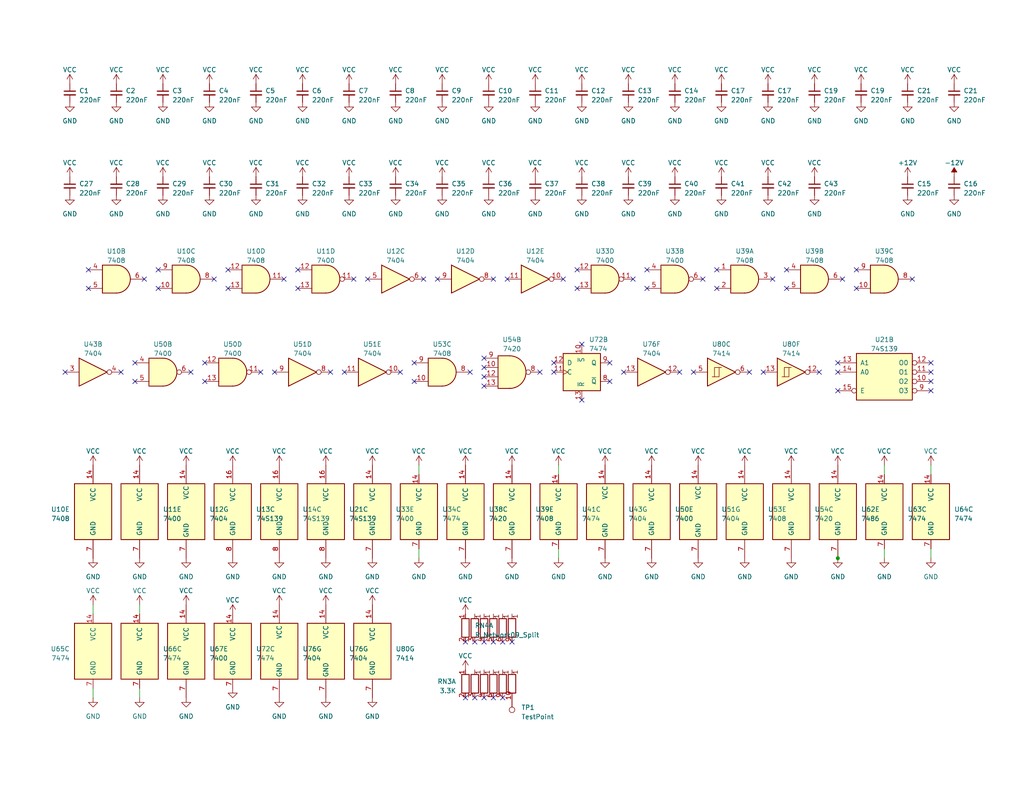
<source format=kicad_sch>
(kicad_sch (version 20230121) (generator eeschema)
  (paper "USLetter")
  (junction (at 228.6 152.4))
  (no_connect (at 113.03 99.06))
  (no_connect (at 147.32 101.6))
  (no_connect (at 166.37 104.14))
  (no_connect (at 158.75 109.22))
  (no_connect (at 166.37 99.06))
  (no_connect (at 254 106.68))
  (no_connect (at 191.77 76.2))
  (no_connect (at 233.68 78.74))
  (no_connect (at 228.6 99.06))
  (no_connect (at 153.67 76.2))
  (no_connect (at 185.42 101.6))
  (no_connect (at 113.03 104.14))
  (no_connect (at 210.82 76.2))
  (no_connect (at 71.12 101.6))
  (no_connect (at 137.16 190.5))
  (no_connect (at 157.48 78.74))
  (no_connect (at 248.92 76.2))
  (no_connect (at 33.02 101.6))
  (no_connect (at 81.28 73.66))
  (no_connect (at 43.18 78.74))
  (no_connect (at 36.83 104.14))
  (no_connect (at 176.53 78.74))
  (no_connect (at 81.28 78.74))
  (no_connect (at 109.22 101.6))
  (no_connect (at 151.13 101.6))
  (no_connect (at 90.17 101.6))
  (no_connect (at 195.58 78.74))
  (no_connect (at 170.18 101.6))
  (no_connect (at 132.08 102.87))
  (no_connect (at 195.58 73.66))
  (no_connect (at 24.13 73.66))
  (no_connect (at 132.08 97.79))
  (no_connect (at 229.87 76.2))
  (no_connect (at 254 101.6))
  (no_connect (at 55.88 99.06))
  (no_connect (at 138.43 76.2))
  (no_connect (at 137.16 175.26))
  (no_connect (at 128.27 101.6))
  (no_connect (at 62.23 73.66))
  (no_connect (at 132.08 175.26))
  (no_connect (at 127 175.26))
  (no_connect (at 119.38 76.2))
  (no_connect (at 74.93 101.6))
  (no_connect (at 129.54 175.26))
  (no_connect (at 132.08 105.41))
  (no_connect (at 39.37 76.2))
  (no_connect (at 77.47 76.2))
  (no_connect (at 254 104.14))
  (no_connect (at 172.72 76.2))
  (no_connect (at 208.28 101.6))
  (no_connect (at 127 190.5))
  (no_connect (at 100.33 76.2))
  (no_connect (at 96.52 76.2))
  (no_connect (at 58.42 76.2))
  (no_connect (at 254 99.06))
  (no_connect (at 132.08 100.33))
  (no_connect (at 52.07 101.6))
  (no_connect (at 214.63 73.66))
  (no_connect (at 151.13 99.06))
  (no_connect (at 132.08 190.5))
  (no_connect (at 36.83 99.06))
  (no_connect (at 115.57 76.2))
  (no_connect (at 228.6 106.68))
  (no_connect (at 204.47 101.6))
  (no_connect (at 93.98 101.6))
  (no_connect (at 223.52 101.6))
  (no_connect (at 176.53 73.66))
  (no_connect (at 134.62 175.26))
  (no_connect (at 189.23 101.6))
  (no_connect (at 157.48 73.66))
  (no_connect (at 55.88 104.14))
  (no_connect (at 62.23 78.74))
  (no_connect (at 134.62 190.5))
  (no_connect (at 139.7 175.26))
  (no_connect (at 214.63 78.74))
  (no_connect (at 17.78 101.6))
  (no_connect (at 228.6 101.6))
  (no_connect (at 129.54 190.5))
  (no_connect (at 134.62 76.2))
  (no_connect (at 43.18 73.66))
  (no_connect (at 158.75 93.98))
  (no_connect (at 233.68 73.66))
  (no_connect (at 24.13 78.74))
  (wire (pts (xy 114.3 152.4) (xy 114.3 149.86)))
  (wire (pts (xy 152.4 127) (xy 152.4 129.54)))
  (wire (pts (xy 241.3 152.4) (xy 241.3 149.86)))
  (wire (pts (xy 241.3 127) (xy 241.3 129.54)))
  (wire (pts (xy 25.4 190.5) (xy 25.4 187.96)))
  (wire (pts (xy 38.1 165.1) (xy 38.1 167.64)))
  (wire (pts (xy 228.6 152.4) (xy 228.6 149.86)))
  (wire (pts (xy 25.4 165.1) (xy 25.4 167.64)))
  (wire (pts (xy 38.1 190.5) (xy 38.1 187.96)))
  (wire (pts (xy 254 152.4) (xy 254 149.86)))
  (wire (pts (xy 114.3 127) (xy 114.3 129.54)))
  (wire (pts (xy 152.4 149.86) (xy 152.4 152.4)))
  (wire (pts (xy 254 127) (xy 254 129.54)))
  (symbol (lib_id "power:VCC") (at 171.45 22.86 0) (mirror y) (unit 1)
    (property "Reference" "#PWR0287" (effects hide))
    (property "Value" "VCC" (at 171.45 19.05 0))
    (instances (project "mainboard" (path "" (reference "#PWR049") (unit 1))))
  )
  (symbol (lib_id "power:VCC") (at 95.25 48.26 0) (mirror y) (unit 1)
    (property "Reference" "#PWR0313" (effects hide))
    (property "Value" "VCC" (at 95.25 44.45 0))
    (instances (project "mainboard" (path "" (reference "#PWR0313") (unit 1)) (path "" (reference "#PWR061") (unit 1))))
  )
  (symbol (lib_id "power:VCC") (at 158.75 48.26 0) (unit 1)
    (property "Reference" "#PWR0361" (effects hide))
    (property "Value" "VCC" (at 158.75 44.45 0))
    (instances (project "mainboard" (path "" (reference "#PWR0361") (unit 1)) (path "" (reference "#PWR0167") (unit 1))))
  )
  (symbol (lib_id "power:VCC") (at 133.35 22.86 0) (mirror y) (unit 1)
    (property "Reference" "#PWR0281" (effects hide))
    (property "Value" "VCC" (at 133.35 19.05 0))
    (instances (project "mainboard" (path "" (reference "#PWR047") (unit 1))))
  )
  (symbol (lib_id "power:GND") (at 247.65 27.94 0) (mirror y) (unit 1)
    (property "Reference" "#PWR0245" (effects hide))
    (property "Value" "GND" (at 247.65 33.02 0))
    (instances (project "mainboard" (path "" (reference "#PWR0245") (unit 1)) (path "" (reference "#PWR097") (unit 1))))
  )
  (symbol (lib_id "74xx:74LS08") (at 241.3 76.2 0) (unit 3)
    (property "Reference" "U39" (at 241.2917 68.58 0))
    (property "Value" "7408" (at 241.2917 71.12 0))
    (property "Footprint" "Package_DIP:DIP-14_W7.62mm" (effects hide))
    (property "Datasheet" "http://www.ti.com/lit/gpn/sn74LS08" (effects hide))
  )
  (symbol (lib_id "power:VCC") (at 196.85 22.86 0) (unit 1)
    (property "Reference" "#PWR0214" (effects hide))
    (property "Value" "VCC" (at 196.85 19.05 0))
    (instances (project "mainboard" (path "" (reference "#PWR0214") (unit 1)) (path "" (reference "#PWR085") (unit 1))))
  )
  (symbol (lib_id "power:GND") (at 38.1 152.4 0) (mirror y) (unit 1)
    (property "Reference" "#PWR0149" (effects hide))
    (property "Value" "GND" (at 38.1 157.48 0))
    (instances (project "mainboard" (path "" (reference "#PWR0149") (unit 1)) (path "" (reference "#PWR0142") (unit 1))))
  )
  (symbol (lib_id "74xx:74LS04") (at 146.05 76.2 0) (unit 5)
    (property "Reference" "U12" (at 146.05 68.58 0))
    (property "Value" "7404" (at 146.05 71.12 0))
    (property "Footprint" "Package_DIP:DIP-14_W7.62mm" (effects hide))
    (property "Datasheet" "http://www.ti.com/lit/gpn/sn74LS04" (effects hide))
  )
  (symbol (lib_id "74xx:74LS74") (at 114.3 139.7 0) (mirror y) (unit 3)
    (property "Reference" "U34" (at 120.65 139.065 0) (effects (justify right)))
    (property "Value" "7474" (at 120.65 141.605 0) (effects (justify right)))
    (property "Footprint" "Package_DIP:DIP-14_W7.62mm" (effects hide))
    (property "Datasheet" "https://www.ti.com/lit/ds/symlink/sn74ls74a.pdf" (effects hide))
  )
  (symbol (lib_id "power:GND") (at 69.85 27.94 0) (unit 1)
    (property "Reference" "#PWR0130" (effects hide))
    (property "Value" "GND" (at 69.85 33.02 0))
    (instances (project "mainboard" (path "" (reference "#PWR0130") (unit 1)) (path "" (reference "#PWR010") (unit 1))))
  )
  (symbol (lib_id "power:GND") (at 25.4 190.5 0) (unit 1)
    (property "Reference" "#PWR0261" (effects hide))
    (property "Value" "GND" (at 25.4 195.58 0))
    (instances (project "mainboard" (path "" (reference "#PWR0261") (unit 1)) (path "" (reference "#PWR0148") (unit 1))))
  )
  (symbol (lib_id "Device:C_Small") (at 171.45 25.4 0) (mirror x) (unit 1)
    (property "Reference" "C13" (at 173.99 24.7586 0) (effects (justify left)))
    (property "Value" "220nF" (at 173.99 27.2986 0) (effects (justify left)))
    (property "Footprint" "ambassador:C_Disc_D4.3mm_W1.9mm_P6.35mm" (effects hide))
  )
  (symbol (lib_id "power:GND") (at 25.4 152.4 0) (mirror y) (unit 1)
    (property "Reference" "#PWR0142" (effects hide))
    (property "Value" "GND" (at 25.4 157.48 0))
    (instances (project "mainboard" (path "" (reference "#PWR0142") (unit 1)) (path "" (reference "#PWR07") (unit 1))))
  )
  (symbol (lib_id "Device:C_Small") (at 31.75 25.4 0) (mirror y) (unit 1)
    (property "Reference" "C2" (at 34.29 24.7713 0) (effects (justify right)))
    (property "Value" "220nF" (at 34.29 27.3113 0) (effects (justify right)))
    (property "Footprint" "ambassador:C_Disc_D4.3mm_W1.9mm_P6.35mm" (effects hide))
  )
  (symbol (lib_id "74xx:74LS00") (at 44.45 101.6 0) (unit 2)
    (property "Reference" "U50" (at 44.4417 93.98 0))
    (property "Value" "7400" (at 44.4417 96.52 0))
    (property "Footprint" "Package_DIP:DIP-14_W7.62mm" (effects hide))
    (property "Datasheet" "http://www.ti.com/lit/gpn/sn74ls00" (effects hide))
  )
  (symbol (lib_id "74xx:74LS00") (at 177.8 139.7 0) (mirror y) (unit 5)
    (property "Reference" "U50" (at 184.15 139.065 0) (effects (justify right)))
    (property "Value" "7400" (at 184.15 141.605 0) (effects (justify right)))
    (property "Footprint" "Package_DIP:DIP-14_W7.62mm" (effects hide))
    (property "Datasheet" "http://www.ti.com/lit/gpn/sn74ls00" (effects hide))
  )
  (symbol (lib_id "Device:C_Small") (at 234.95 25.4 0) (mirror x) (unit 1)
    (property "Reference" "C19" (at 237.49 24.7586 0) (effects (justify left)))
    (property "Value" "220nF" (at 237.49 27.2986 0) (effects (justify left)))
    (property "Footprint" "ambassador:C_Disc_D4.3mm_W1.9mm_P6.35mm" (effects hide))
    (instances (project "mainboard" (path "" (reference "C19") (unit 1)) (path "" (reference "C20") (unit 1))))
  )
  (symbol (lib_id "power:VCC") (at 57.15 22.86 0) (mirror y) (unit 1)
    (property "Reference" "#PWR0137" (effects hide))
    (property "Value" "VCC" (at 57.15 19.05 0))
    (instances (project "mainboard" (path "" (reference "#PWR0137") (unit 1)) (path "" (reference "#PWR098") (unit 1))))
  )
  (symbol (lib_id "74xx:74LS04") (at 25.4 101.6 0) (unit 2)
    (property "Reference" "U43" (at 25.4 93.98 0))
    (property "Value" "7404" (at 25.4 96.52 0))
    (property "Footprint" "Package_DIP:DIP-14_W7.62mm" (effects hide))
    (property "Datasheet" "http://www.ti.com/lit/gpn/sn74LS04" (effects hide))
  )
  (symbol (lib_id "Device:C_Small") (at 44.45 50.8 0) (mirror y) (unit 1)
    (property "Reference" "C29" (at 46.99 50.1713 0) (effects (justify right)))
    (property "Value" "220nF" (at 46.99 52.7113 0) (effects (justify right)))
    (property "Footprint" "ambassador:C_Disc_D4.3mm_W1.9mm_P6.35mm" (effects hide))
  )
  (symbol (lib_id "power:VCC") (at 63.5 127 0) (unit 1)
    (property "Reference" "#PWR0144" (effects hide))
    (property "Value" "VCC" (at 63.5 123.19 0))
    (instances (project "mainboard" (path "" (reference "#PWR0144") (unit 1)) (path "" (reference "#PWR0143") (unit 1))))
  )
  (symbol (lib_id "Device:C_Small") (at 184.15 50.8 0) (unit 1)
    (property "Reference" "C40" (at 186.69 50.1713 0) (effects (justify left)))
    (property "Value" "220nF" (at 186.69 52.7113 0) (effects (justify left)))
    (property "Footprint" "ambassador:C_Disc_D4.3mm_W1.9mm_P6.35mm" (effects hide))
  )
  (symbol (lib_id "Device:C_Small") (at 184.15 25.4 0) (mirror y) (unit 1)
    (property "Reference" "C14" (at 186.69 24.7713 0) (effects (justify right)))
    (property "Value" "220nF" (at 186.69 27.3113 0) (effects (justify right)))
    (property "Footprint" "ambassador:C_Disc_D4.3mm_W1.9mm_P6.35mm" (effects hide))
  )
  (symbol (lib_id "Device:C_Small") (at 95.25 25.4 0) (mirror y) (unit 1)
    (property "Reference" "C7" (at 97.79 24.7713 0) (effects (justify right)))
    (property "Value" "220nF" (at 97.79 27.3113 0) (effects (justify right)))
    (property "Footprint" "ambassador:C_Disc_D4.3mm_W1.9mm_P6.35mm" (effects hide))
  )
  (symbol (lib_id "Device:C_Small") (at 95.25 50.8 0) (mirror y) (unit 1)
    (property "Reference" "C33" (at 97.79 50.1713 0) (effects (justify right)))
    (property "Value" "220nF" (at 97.79 52.7113 0) (effects (justify right)))
    (property "Footprint" "ambassador:C_Disc_D4.3mm_W1.9mm_P6.35mm" (effects hide))
  )
  (symbol (lib_id "74xx:74LS00") (at 101.6 139.7 0) (mirror y) (unit 5)
    (property "Reference" "U33" (at 107.95 139.065 0) (effects (justify right)))
    (property "Value" "7400" (at 107.95 141.605 0) (effects (justify right)))
    (property "Footprint" "Package_DIP:DIP-14_W7.62mm" (effects hide))
    (property "Datasheet" "http://www.ti.com/lit/gpn/sn74ls00" (effects hide))
  )
  (symbol (lib_id "Device:C_Small") (at 158.75 25.4 0) (mirror y) (unit 1)
    (property "Reference" "C12" (at 161.29 24.7713 0) (effects (justify right)))
    (property "Value" "220nF" (at 161.29 27.3113 0) (effects (justify right)))
    (property "Footprint" "ambassador:C_Disc_D4.3mm_W1.9mm_P6.35mm" (effects hide))
  )
  (symbol (lib_id "power:GND") (at 31.75 53.34 0) (unit 1)
    (property "Reference" "#PWR07" (effects hide))
    (property "Value" "GND" (at 31.75 58.42 0))
    (instances (project "mainboard" (path "" (reference "#PWR07") (unit 1)) (path "" (reference "#PWR0157") (unit 1))))
  )
  (symbol (lib_id "power:VCC") (at 76.2 165.1 0) (mirror y) (unit 1)
    (property "Reference" "#PWR0228" (effects hide))
    (property "Value" "VCC" (at 76.2 161.29 0))
    (instances (project "mainboard" (path "" (reference "#PWR0228") (unit 1)) (path "" (reference "#PWR0212") (unit 1))))
  )
  (symbol (lib_id "power:VCC") (at 228.6 127 0) (mirror y) (unit 1)
    (property "Reference" "#PWR0298" (effects hide))
    (property "Value" "VCC" (at 228.6 123.19 0))
    (instances (project "mainboard" (path "" (reference "#PWR022") (unit 1))))
  )
  (symbol (lib_id "Device:C_Small") (at 120.65 25.4 0) (mirror y) (unit 1)
    (property "Reference" "C9" (at 123.19 24.7713 0) (effects (justify right)))
    (property "Value" "220nF" (at 123.19 27.3113 0) (effects (justify right)))
    (property "Footprint" "ambassador:C_Disc_D4.3mm_W1.9mm_P6.35mm" (effects hide))
  )
  (symbol (lib_id "74xx:74LS08") (at 222.25 76.2 0) (unit 2)
    (property "Reference" "U39" (at 222.2417 68.58 0))
    (property "Value" "7408" (at 222.2417 71.12 0))
    (property "Footprint" "Package_DIP:DIP-14_W7.62mm" (effects hide))
    (property "Datasheet" "http://www.ti.com/lit/gpn/sn74LS08" (effects hide))
  )
  (symbol (lib_id "power:VCC") (at 171.45 48.26 0) (unit 1)
    (property "Reference" "#PWR0360" (effects hide))
    (property "Value" "VCC" (at 171.45 44.45 0))
    (instances (project "mainboard" (path "" (reference "#PWR0360") (unit 1)) (path "" (reference "#PWR0181") (unit 1))))
  )
  (symbol (lib_id "power:VCC") (at 222.25 22.86 0) (unit 1)
    (property "Reference" "#PWR010" (effects hide))
    (property "Value" "VCC" (at 222.25 19.05 0))
    (instances (project "mainboard" (path "" (reference "#PWR010") (unit 1)) (path "" (reference "#PWR0137") (unit 1))))
  )
  (symbol (lib_id "Device:R_Network09_Split") (at 134.62 186.69 0) (unit 5)
    (property "Reference" "RN3" (effects hide))
    (property "Value" "3.3K" (effects hide))
    (property "Footprint" "Resistor_THT:R_Array_SIP10" (effects hide))
    (property "Datasheet" "http://www.vishay.com/docs/31509/csc.pdf" (effects hide))
  )
  (symbol (lib_id "Device:C_Small") (at 57.15 50.8 0) (mirror y) (unit 1)
    (property "Reference" "C30" (at 59.69 50.1713 0) (effects (justify right)))
    (property "Value" "220nF" (at 59.69 52.7113 0) (effects (justify right)))
    (property "Footprint" "ambassador:C_Disc_D4.3mm_W1.9mm_P6.35mm" (effects hide))
  )
  (symbol (lib_id "Device:C_Small") (at 222.25 50.8 0) (unit 1)
    (property "Reference" "C43" (at 224.79 50.1713 0) (effects (justify left)))
    (property "Value" "220nF" (at 224.79 52.7113 0) (effects (justify left)))
    (property "Footprint" "ambassador:C_Disc_D4.3mm_W1.9mm_P6.35mm" (effects hide))
  )
  (symbol (lib_id "power:VCC") (at 234.95 22.86 0) (unit 1)
    (property "Reference" "#PWR010" (effects hide))
    (property "Value" "VCC" (at 234.95 19.05 0))
    (instances (project "mainboard" (path "" (reference "#PWR010") (unit 1)) (path "" (reference "#PWR0228") (unit 1))))
  )
  (symbol (lib_id "Device:R_Network09_Split") (at 127 171.45 0) (unit 1)
    (property "Reference" "RN4" (at 129.54 170.815 0) (effects (justify left)))
    (property "Value" "R_Network09_Split" (at 129.54 173.355 0) (effects (justify left)))
    (property "Footprint" "Resistor_THT:R_Array_SIP10" (effects hide))
    (property "Datasheet" "http://www.vishay.com/docs/31509/csc.pdf" (effects hide))
  )
  (symbol (lib_id "power:GND") (at 152.4 152.4 0) (mirror y) (unit 1)
    (property "Reference" "#PWR0154" (effects hide))
    (property "Value" "GND" (at 152.4 157.48 0))
    (instances (project "mainboard" (path "" (reference "#PWR035") (unit 1))))
  )
  (symbol (lib_id "power:VCC") (at 203.2 127 0) (unit 1)
    (property "Reference" "#PWR0204" (effects hide))
    (property "Value" "VCC" (at 203.2 123.19 0))
    (instances (project "mainboard" (path "" (reference "#PWR026") (unit 1))))
  )
  (symbol (lib_id "power:GND") (at 171.45 27.94 0) (mirror y) (unit 1)
    (property "Reference" "#PWR0192" (effects hide))
    (property "Value" "GND" (at 171.45 33.02 0))
    (instances (project "mainboard" (path "" (reference "#PWR050") (unit 1))))
  )
  (symbol (lib_id "power:-12V") (at 260.35 48.26 0) (unit 1)
    (property "Reference" "#PWR0212" (effects hide))
    (property "Value" "-12V" (at 260.35 44.45 0))
    (instances (project "mainboard" (path "" (reference "#PWR0212") (unit 1)) (path "" (reference "#PWR089") (unit 1))))
  )
  (symbol (lib_id "power:GND") (at 222.25 53.34 0) (unit 1)
    (property "Reference" "#PWR0284" (effects hide))
    (property "Value" "GND" (at 222.25 58.42 0))
    (instances (project "mainboard" (path "" (reference "#PWR046") (unit 1))))
  )
  (symbol (lib_id "74xx:74LS08") (at 31.75 76.2 0) (unit 2)
    (property "Reference" "U10" (at 31.7417 68.58 0))
    (property "Value" "7408" (at 31.7417 71.12 0))
    (property "Footprint" "Package_DIP:DIP-14_W7.62mm" (effects hide))
    (property "Datasheet" "http://www.ti.com/lit/gpn/sn74LS08" (effects hide))
  )
  (symbol (lib_id "74xx:74LS20") (at 127 139.7 0) (mirror y) (unit 3)
    (property "Reference" "U38" (at 133.35 139.065 0) (effects (justify right)))
    (property "Value" "7420" (at 133.35 141.605 0) (effects (justify right)))
    (property "Footprint" "Package_DIP:DIP-14_W7.62mm" (effects hide))
    (property "Datasheet" "http://www.ti.com/lit/gpn/sn74LS20" (effects hide))
  )
  (symbol (lib_id "power:GND") (at 63.5 187.96 0) (mirror y) (unit 1)
    (property "Reference" "#PWR0243" (effects hide))
    (property "Value" "GND" (at 63.5 193.04 0))
    (instances (project "mainboard" (path "" (reference "#PWR0243") (unit 1)) (path "" (reference "#PWR093") (unit 1))))
  )
  (symbol (lib_id "power:GND") (at 107.95 27.94 0) (mirror y) (unit 1)
    (property "Reference" "#PWR0159" (effects hide))
    (property "Value" "GND" (at 107.95 33.02 0))
    (instances (project "mainboard" (path "" (reference "#PWR042") (unit 1))))
  )
  (symbol (lib_id "power:VCC") (at 190.5 127 0) (unit 1)
    (property "Reference" "#PWR0201" (effects hide))
    (property "Value" "VCC" (at 190.5 123.19 0))
    (instances (project "mainboard" (path "" (reference "#PWR028") (unit 1))))
  )
  (symbol (lib_id "Device:C_Small") (at 260.35 25.4 0) (mirror y) (unit 1)
    (property "Reference" "C21" (at 262.89 24.7713 0) (effects (justify right)))
    (property "Value" "220nF" (at 262.89 27.3113 0) (effects (justify right)))
    (property "Footprint" "ambassador:C_Disc_D4.3mm_W1.9mm_P6.35mm" (effects hide))
    (instances (project "mainboard" (path "" (reference "C21") (unit 1)) (path "" (reference "C22") (unit 1))))
  )
  (symbol (lib_id "power:VCC") (at 31.75 22.86 0) (mirror y) (unit 1)
    (property "Reference" "#PWR0135" (effects hide))
    (property "Value" "VCC" (at 31.75 19.05 0))
    (instances (project "mainboard" (path "" (reference "#PWR0135") (unit 1)) (path "" (reference "#PWR0127") (unit 1))))
  )
  (symbol (lib_id "power:VCC") (at 38.1 165.1 0) (mirror y) (unit 1)
    (property "Reference" "#PWR0271" (effects hide))
    (property "Value" "VCC" (at 38.1 161.29 0))
    (instances (project "mainboard" (path "" (reference "#PWR0271") (unit 1)) (path "" (reference "#PWR0149") (unit 1))))
  )
  (symbol (lib_id "power:GND") (at 158.75 53.34 0) (unit 1)
    (property "Reference" "#PWR0363" (effects hide))
    (property "Value" "GND" (at 158.75 58.42 0))
    (instances (project "mainboard" (path "" (reference "#PWR0363") (unit 1)) (path "" (reference "#PWR0176") (unit 1))))
  )
  (symbol (lib_id "power:VCC") (at 107.95 22.86 0) (mirror y) (unit 1)
    (property "Reference" "#PWR0286" (effects hide))
    (property "Value" "VCC" (at 107.95 19.05 0))
    (instances (project "mainboard" (path "" (reference "#PWR041") (unit 1))))
  )
  (symbol (lib_id "power:GND") (at 57.15 53.34 0) (mirror y) (unit 1)
    (property "Reference" "#PWR0295" (effects hide))
    (property "Value" "GND" (at 57.15 58.42 0))
    (instances (project "mainboard" (path "" (reference "#PWR054") (unit 1))))
  )
  (symbol (lib_id "74xx:74LS04") (at 82.55 101.6 0) (mirror x) (unit 4)
    (property "Reference" "U51" (at 82.55 93.98 0))
    (property "Value" "7404" (at 82.55 96.52 0))
    (property "Footprint" "Package_DIP:DIP-14_W7.62mm" (effects hide))
    (property "Datasheet" "http://www.ti.com/lit/gpn/sn74LS04" (effects hide))
  )
  (symbol (lib_id "Device:C_Small") (at 196.85 25.4 0) (unit 1)
    (property "Reference" "C17" (at 199.39 24.7713 0) (effects (justify left)))
    (property "Value" "220nF" (at 199.39 27.3113 0) (effects (justify left)))
    (property "Footprint" "ambassador:C_Disc_D4.3mm_W1.9mm_P6.35mm" (effects hide))
  )
  (symbol (lib_id "Device:C_Small") (at 196.85 50.8 0) (unit 1)
    (property "Reference" "C41" (at 199.39 50.1713 0) (effects (justify left)))
    (property "Value" "220nF" (at 199.39 52.7113 0) (effects (justify left)))
    (property "Footprint" "ambassador:C_Disc_D4.3mm_W1.9mm_P6.35mm" (effects hide))
  )
  (symbol (lib_id "power:VCC") (at 120.65 48.26 0) (unit 1)
    (property "Reference" "#PWR0334" (effects hide))
    (property "Value" "VCC" (at 120.65 44.45 0))
    (instances (project "mainboard" (path "" (reference "#PWR0334") (unit 1)) (path "" (reference "#PWR071") (unit 1))))
  )
  (symbol (lib_id "74xx:74LS139") (at 88.9 139.7 0) (unit 3)
    (property "Reference" "U21" (at 95.25 139.065 0) (effects (justify left)))
    (property "Value" "74S139" (at 95.25 141.605 0) (effects (justify left)))
    (property "Footprint" "Package_DIP:DIP-16_W7.62mm" (effects hide))
    (property "Datasheet" "http://www.ti.com/lit/ds/symlink/sn74ls139a.pdf" (effects hide))
  )
  (symbol (lib_id "Device:C_Small") (at 120.65 50.8 0) (unit 1)
    (property "Reference" "C35" (at 123.19 50.1713 0) (effects (justify left)))
    (property "Value" "220nF" (at 123.19 52.7113 0) (effects (justify left)))
    (property "Footprint" "ambassador:C_Disc_D4.3mm_W1.9mm_P6.35mm" (effects hide))
  )
  (symbol (lib_id "74xx:74LS00") (at 63.5 101.6 0) (unit 4)
    (property "Reference" "U50" (at 63.4917 93.98 0))
    (property "Value" "7400" (at 63.4917 96.52 0))
    (property "Footprint" "Package_DIP:DIP-14_W7.62mm" (effects hide))
    (property "Datasheet" "http://www.ti.com/lit/gpn/sn74ls00" (effects hide))
  )
  (symbol (lib_id "Device:C_Small") (at 158.75 50.8 0) (unit 1)
    (property "Reference" "C38" (at 161.29 50.1713 0) (effects (justify left)))
    (property "Value" "220nF" (at 161.29 52.7113 0) (effects (justify left)))
    (property "Footprint" "ambassador:C_Disc_D4.3mm_W1.9mm_P6.35mm" (effects hide))
  )
  (symbol (lib_id "power:VCC") (at 107.95 48.26 0) (unit 1)
    (property "Reference" "#PWR0336" (effects hide))
    (property "Value" "VCC" (at 107.95 44.45 0))
    (instances (project "mainboard" (path "" (reference "#PWR0336") (unit 1)) (path "" (reference "#PWR069") (unit 1))))
  )
  (symbol (lib_id "74xx:74LS00") (at 184.15 76.2 0) (unit 2)
    (property "Reference" "U33" (at 184.1417 68.58 0))
    (property "Value" "7400" (at 184.1417 71.12 0))
    (property "Footprint" "Package_DIP:DIP-14_W7.62mm" (effects hide))
    (property "Datasheet" "http://www.ti.com/lit/gpn/sn74ls00" (effects hide))
  )
  (symbol (lib_id "Device:C_Small") (at 171.45 50.8 0) (unit 1)
    (property "Reference" "C39" (at 173.99 50.1713 0) (effects (justify left)))
    (property "Value" "220nF" (at 173.99 52.7113 0) (effects (justify left)))
    (property "Footprint" "ambassador:C_Disc_D4.3mm_W1.9mm_P6.35mm" (effects hide))
  )
  (symbol (lib_id "power:GND") (at 133.35 27.94 0) (mirror y) (unit 1)
    (property "Reference" "#PWR0176" (effects hide))
    (property "Value" "GND" (at 133.35 33.02 0))
    (instances (project "mainboard" (path "" (reference "#PWR048") (unit 1))))
  )
  (symbol (lib_id "74xx:74LS20") (at 139.7 101.6 0) (unit 2)
    (property "Reference" "U54" (at 139.6903 92.71 0))
    (property "Value" "7420" (at 139.6903 95.25 0))
    (property "Footprint" "Package_DIP:DIP-14_W7.62mm" (effects hide))
    (property "Datasheet" "http://www.ti.com/lit/gpn/sn74LS20" (effects hide))
  )
  (symbol (lib_id "power:GND") (at 31.75 27.94 0) (mirror y) (unit 1)
    (property "Reference" "#PWR04" (effects hide))
    (property "Value" "GND" (at 31.75 33.02 0))
    (instances (project "mainboard" (path "" (reference "#PWR04") (unit 1)) (path "" (reference "#PWR0129") (unit 1))))
  )
  (symbol (lib_id "power:GND") (at 50.8 190.5 0) (mirror y) (unit 1)
    (property "Reference" "#PWR0263" (effects hide))
    (property "Value" "GND" (at 50.8 195.58 0))
    (instances (project "mainboard" (path "" (reference "#PWR0263") (unit 1)) (path "" (reference "#PWR0154") (unit 1))))
  )
  (symbol (lib_id "power:GND") (at 95.25 27.94 0) (mirror y) (unit 1)
    (property "Reference" "#PWR0141" (effects hide))
    (property "Value" "GND" (at 95.25 33.02 0))
    (instances (project "mainboard" (path "" (reference "#PWR0141") (unit 1)) (path "" (reference "#PWR05") (unit 1))))
  )
  (symbol (lib_id "power:VCC") (at 260.35 22.86 0) (mirror y) (unit 1)
    (property "Reference" "#PWR08" (effects hide))
    (property "Value" "VCC" (at 260.35 19.05 0))
    (instances (project "mainboard" (path "" (reference "#PWR08") (unit 1)) (path "" (reference "#PWR0230") (unit 1))))
  )
  (symbol (lib_id "74xx:74LS74") (at 158.75 101.6 0) (unit 2)
    (property "Reference" "U72" (at 160.7059 92.71 0) (effects (justify left)))
    (property "Value" "7474" (at 160.7059 95.25 0) (effects (justify left)))
    (property "Footprint" "Package_DIP:DIP-14_W7.62mm" (effects hide))
    (property "Datasheet" "https://www.ti.com/lit/ds/symlink/sn74ls74a.pdf" (effects hide))
  )
  (symbol (lib_id "power:GND") (at 196.85 53.34 0) (unit 1)
    (property "Reference" "#PWR0376" (effects hide))
    (property "Value" "GND" (at 196.85 58.42 0))
    (instances (project "mainboard" (path "" (reference "#PWR0376") (unit 1)) (path "" (reference "#PWR081") (unit 1))))
  )
  (symbol (lib_id "power:GND") (at 203.2 152.4 0) (unit 1)
    (property "Reference" "#PWR0203" (effects hide))
    (property "Value" "GND" (at 203.2 157.48 0))
    (instances (project "mainboard" (path "" (reference "#PWR027") (unit 1))))
  )
  (symbol (lib_id "Device:C_Small") (at 69.85 50.8 0) (mirror y) (unit 1)
    (property "Reference" "C31" (at 72.39 50.1713 0) (effects (justify right)))
    (property "Value" "220nF" (at 72.39 52.7113 0) (effects (justify right)))
    (property "Footprint" "ambassador:C_Disc_D4.3mm_W1.9mm_P6.35mm" (effects hide))
  )
  (symbol (lib_id "power:GND") (at 241.3 152.4 0) (unit 1)
    (property "Reference" "#PWR0158" (effects hide))
    (property "Value" "GND" (at 241.3 157.48 0))
    (instances (project "mainboard" (path "" (reference "#PWR037") (unit 1))))
  )
  (symbol (lib_id "power:VCC") (at 44.45 48.26 0) (mirror y) (unit 1)
    (property "Reference" "#PWR0293" (effects hide))
    (property "Value" "VCC" (at 44.45 44.45 0))
    (instances (project "mainboard" (path "" (reference "#PWR055") (unit 1))))
  )
  (symbol (lib_id "power:VCC") (at 127 167.64 0) (unit 1)
    (property "Reference" "#PWR014" (effects hide))
    (property "Value" "VCC" (at 127 163.83 0))
    (instances (project "mainboard" (path "" (reference "#PWR014") (unit 1)) (path "" (reference "#PWR084") (unit 1))))
  )
  (symbol (lib_id "power:VCC") (at 146.05 48.26 0) (unit 1)
    (property "Reference" "#PWR0359" (effects hide))
    (property "Value" "VCC" (at 146.05 44.45 0))
    (instances (project "mainboard" (path "" (reference "#PWR0359") (unit 1)) (path "" (reference "#PWR0158") (unit 1))))
  )
  (symbol (lib_id "power:VCC") (at 50.8 127 0) (mirror y) (unit 1)
    (property "Reference" "#PWR0150" (effects hide))
    (property "Value" "VCC" (at 50.8 123.19 0))
    (instances (project "mainboard" (path "" (reference "#PWR0150") (unit 1)) (path "" (reference "#PWR020") (unit 1))))
  )
  (symbol (lib_id "74xx:74LS04") (at 107.95 76.2 0) (unit 3)
    (property "Reference" "U12" (at 107.95 68.58 0))
    (property "Value" "7404" (at 107.95 71.12 0))
    (property "Footprint" "Package_DIP:DIP-14_W7.62mm" (effects hide))
    (property "Datasheet" "http://www.ti.com/lit/gpn/sn74LS04" (effects hide))
  )
  (symbol (lib_id "Device:C_Small") (at 19.05 25.4 0) (mirror y) (unit 1)
    (property "Reference" "C1" (at 21.59 24.7713 0) (effects (justify right)))
    (property "Value" "220nF" (at 21.59 27.3113 0) (effects (justify right)))
    (property "Footprint" "ambassador:C_Disc_D4.3mm_W1.9mm_P6.35mm" (effects hide))
  )
  (symbol (lib_id "Device:R_Network09_Split") (at 139.7 186.69 0) (unit 9)
    (property "Reference" "RN3" (effects hide))
    (property "Value" "3.3K" (effects hide))
    (property "Footprint" "Resistor_THT:R_Array_SIP10" (effects hide))
    (property "Datasheet" "http://www.vishay.com/docs/31509/csc.pdf" (effects hide))
  )
  (symbol (lib_id "power:GND") (at 38.1 190.5 0) (mirror y) (unit 1)
    (property "Reference" "#PWR0268" (effects hide))
    (property "Value" "GND" (at 38.1 195.58 0))
    (instances (project "mainboard" (path "" (reference "#PWR0268") (unit 1)) (path "" (reference "#PWR0150") (unit 1))))
  )
  (symbol (lib_id "Device:C_Small") (at 82.55 25.4 0) (unit 1)
    (property "Reference" "C6" (at 85.09 24.7713 0) (effects (justify left)))
    (property "Value" "220nF" (at 85.09 27.3113 0) (effects (justify left)))
    (property "Footprint" "ambassador:C_Disc_D4.3mm_W1.9mm_P6.35mm" (effects hide))
  )
  (symbol (lib_id "power:VCC") (at 139.7 127 0) (mirror y) (unit 1)
    (property "Reference" "#PWR0315" (effects hide))
    (property "Value" "VCC" (at 139.7 123.19 0))
    (instances (project "mainboard" (path "" (reference "#PWR0315") (unit 1)) (path "" (reference "#PWR057") (unit 1))))
  )
  (symbol (lib_id "power:VCC") (at 177.8 127 0) (unit 1)
    (property "Reference" "#PWR0196" (effects hide))
    (property "Value" "VCC" (at 177.8 123.19 0))
    (instances (project "mainboard" (path "" (reference "#PWR030") (unit 1))))
  )
  (symbol (lib_id "Device:C_Small") (at 31.75 50.8 180) (unit 1)
    (property "Reference" "C28" (at 34.29 50.1586 0) (effects (justify right)))
    (property "Value" "220nF" (at 34.29 52.6986 0) (effects (justify right)))
    (property "Footprint" "ambassador:C_Disc_D4.3mm_W1.9mm_P6.35mm" (effects hide))
  )
  (symbol (lib_id "power:GND") (at 120.65 53.34 0) (unit 1)
    (property "Reference" "#PWR0335" (effects hide))
    (property "Value" "GND" (at 120.65 58.42 0))
    (instances (project "mainboard" (path "" (reference "#PWR0335") (unit 1)) (path "" (reference "#PWR072") (unit 1))))
  )
  (symbol (lib_id "Device:R_Network09_Split") (at 137.16 171.45 0) (unit 5)
    (property "Reference" "RN4" (effects hide))
    (property "Value" "R_Network09_Split" (effects hide))
    (property "Footprint" "Resistor_THT:R_Array_SIP10" (effects hide))
    (property "Datasheet" "http://www.vishay.com/docs/31509/csc.pdf" (effects hide))
  )
  (symbol (lib_id "power:VCC") (at 31.75 48.26 0) (unit 1)
    (property "Reference" "#PWR06" (effects hide))
    (property "Value" "VCC" (at 31.75 44.45 0))
    (instances (project "mainboard" (path "" (reference "#PWR06") (unit 1)) (path "" (reference "#PWR0155") (unit 1))))
  )
  (symbol (lib_id "power:GND") (at 44.45 27.94 0) (mirror y) (unit 1)
    (property "Reference" "#PWR03" (effects hide))
    (property "Value" "GND" (at 44.45 33.02 0))
    (instances (project "mainboard" (path "" (reference "#PWR03") (unit 1)) (path "" (reference "#PWR0126") (unit 1))))
  )
  (symbol (lib_id "power:GND") (at 63.5 152.4 0) (unit 1)
    (property "Reference" "#PWR0145" (effects hide))
    (property "Value" "GND" (at 63.5 157.48 0))
    (instances (project "mainboard" (path "" (reference "#PWR0145") (unit 1)) (path "" (reference "#PWR0144") (unit 1))))
  )
  (symbol (lib_id "power:GND") (at 120.65 27.94 0) (mirror y) (unit 1)
    (property "Reference" "#PWR0167" (effects hide))
    (property "Value" "GND" (at 120.65 33.02 0))
    (instances (project "mainboard" (path "" (reference "#PWR040") (unit 1))))
  )
  (symbol (lib_id "power:VCC") (at 69.85 22.86 0) (unit 1)
    (property "Reference" "#PWR09" (effects hide))
    (property "Value" "VCC" (at 69.85 19.05 0))
  )
  (symbol (lib_id "74xx:74LS08") (at 69.85 76.2 0) (unit 4)
    (property "Reference" "U10" (at 69.8417 68.58 0))
    (property "Value" "7408" (at 69.8417 71.12 0))
    (property "Footprint" "Package_DIP:DIP-14_W7.62mm" (effects hide))
    (property "Datasheet" "http://www.ti.com/lit/gpn/sn74LS08" (effects hide))
  )
  (symbol (lib_id "Device:C_Small") (at 260.35 50.8 0) (unit 1)
    (property "Reference" "C16" (at 262.89 50.1713 0) (effects (justify left)))
    (property "Value" "220nF" (at 262.89 52.7113 0) (effects (justify left)))
    (property "Footprint" "ambassador:C_Disc_D4.3mm_W1.9mm_P6.35mm" (effects hide))
  )
  (symbol (lib_id "power:GND") (at 234.95 27.94 0) (unit 1)
    (property "Reference" "#PWR0230" (effects hide))
    (property "Value" "GND" (at 234.95 33.02 0))
    (instances (project "mainboard" (path "" (reference "#PWR0230") (unit 1)) (path "" (reference "#PWR0229") (unit 1))))
  )
  (symbol (lib_id "74xx:7400") (at 38.1 139.7 0) (unit 5)
    (property "Reference" "U11" (at 44.45 139.065 0) (effects (justify left)))
    (property "Value" "7400" (at 44.45 141.605 0) (effects (justify left)))
    (property "Footprint" "Package_DIP:DIP-14_W7.62mm" (effects hide))
    (property "Datasheet" "http://www.ti.com/lit/gpn/sn7400" (effects hide))
  )
  (symbol (lib_id "power:GND") (at 19.05 27.94 0) (mirror y) (unit 1)
    (property "Reference" "#PWR05" (effects hide))
    (property "Value" "GND" (at 19.05 33.02 0))
    (instances (project "mainboard" (path "" (reference "#PWR05") (unit 1)) (path "" (reference "#PWR0135") (unit 1))))
  )
  (symbol (lib_id "power:VCC") (at 82.55 48.26 0) (mirror y) (unit 1)
    (property "Reference" "#PWR0311" (effects hide))
    (property "Value" "VCC" (at 82.55 44.45 0))
    (instances (project "mainboard" (path "" (reference "#PWR0311") (unit 1)) (path "" (reference "#PWR063") (unit 1))))
  )
  (symbol (lib_id "power:GND") (at 215.9 152.4 0) (unit 1)
    (property "Reference" "#PWR0194" (effects hide))
    (property "Value" "GND" (at 215.9 157.48 0))
    (instances (project "mainboard" (path "" (reference "#PWR033") (unit 1))))
  )
  (symbol (lib_id "Device:C_Small") (at 107.95 50.8 0) (unit 1)
    (property "Reference" "C34" (at 110.49 50.1713 0) (effects (justify left)))
    (property "Value" "220nF" (at 110.49 52.7113 0) (effects (justify left)))
    (property "Footprint" "ambassador:C_Disc_D4.3mm_W1.9mm_P6.35mm" (effects hide))
  )
  (symbol (lib_id "Device:R_Network09_Split") (at 127 186.69 0) (mirror y) (unit 1)
    (property "Reference" "RN3" (at 124.46 186.055 0) (effects (justify left)))
    (property "Value" "3.3K" (at 124.46 188.595 0) (effects (justify left)))
    (property "Footprint" "Resistor_THT:R_Array_SIP10" (effects hide))
    (property "Datasheet" "http://www.vishay.com/docs/31509/csc.pdf" (effects hide))
  )
  (symbol (lib_id "power:GND") (at 50.8 152.4 0) (mirror y) (unit 1)
    (property "Reference" "#PWR0151" (effects hide))
    (property "Value" "GND" (at 50.8 157.48 0))
    (instances (project "mainboard" (path "" (reference "#PWR0151") (unit 1)) (path "" (reference "#PWR021") (unit 1))))
  )
  (symbol (lib_id "Device:C_Small") (at 82.55 50.8 0) (mirror y) (unit 1)
    (property "Reference" "C32" (at 85.09 50.1713 0) (effects (justify right)))
    (property "Value" "220nF" (at 85.09 52.7113 0) (effects (justify right)))
    (property "Footprint" "ambassador:C_Disc_D4.3mm_W1.9mm_P6.35mm" (effects hide))
  )
  (symbol (lib_id "Device:C_Small") (at 133.35 25.4 0) (mirror y) (unit 1)
    (property "Reference" "C10" (at 135.89 24.7713 0) (effects (justify right)))
    (property "Value" "220nF" (at 135.89 27.3113 0) (effects (justify right)))
    (property "Footprint" "ambassador:C_Disc_D4.3mm_W1.9mm_P6.35mm" (effects hide))
  )
  (symbol (lib_id "Device:R_Network09_Split") (at 132.08 171.45 0) (unit 3)
    (property "Reference" "RN4" (effects hide))
    (property "Value" "R_Network09_Split" (effects hide))
    (property "Footprint" "Resistor_THT:R_Array_SIP10" (effects hide))
    (property "Datasheet" "http://www.vishay.com/docs/31509/csc.pdf" (effects hide))
  )
  (symbol (lib_id "power:VCC") (at 184.15 22.86 0) (mirror y) (unit 1)
    (property "Reference" "#PWR0288" (effects hide))
    (property "Value" "VCC" (at 184.15 19.05 0))
    (instances (project "mainboard" (path "" (reference "#PWR043") (unit 1))))
  )
  (symbol (lib_id "74xx:74LS74") (at 25.4 177.8 0) (unit 3)
    (property "Reference" "U65" (at 19.05 177.165 0) (effects (justify right)))
    (property "Value" "7474" (at 19.05 179.705 0) (effects (justify right)))
    (property "Footprint" "Package_DIP:DIP-14_W7.62mm" (effects hide))
    (property "Datasheet" "https://www.ti.com/lit/ds/symlink/sn74ls74a.pdf" (effects hide))
  )
  (symbol (lib_id "74xx:74LS14") (at 215.9 101.6 0) (unit 6)
    (property "Reference" "U80" (at 215.9 93.98 0))
    (property "Value" "7414" (at 215.9 96.52 0))
    (property "Footprint" "Package_DIP:DIP-14_W7.62mm" (effects hide))
    (property "Datasheet" "http://www.ti.com/lit/gpn/sn74LS14" (effects hide))
  )
  (symbol (lib_id "power:GND") (at 165.1 152.4 0) (unit 1)
    (property "Reference" "#PWR0291" (effects hide))
    (property "Value" "GND" (at 165.1 157.48 0))
    (instances (project "mainboard" (path "" (reference "#PWR025") (unit 1))))
  )
  (symbol (lib_id "power:VCC") (at 209.55 48.26 0) (unit 1)
    (property "Reference" "#PWR0377" (effects hide))
    (property "Value" "VCC" (at 209.55 44.45 0))
    (instances (project "mainboard" (path "" (reference "#PWR0377") (unit 1)) (path "" (reference "#PWR082") (unit 1))))
  )
  (symbol (lib_id "power:GND") (at 88.9 152.4 0) (unit 1)
    (property "Reference" "#PWR0364" (effects hide))
    (property "Value" "GND" (at 88.9 157.48 0))
    (instances (project "mainboard" (path "" (reference "#PWR0364") (unit 1)) (path "" (reference "#PWR076") (unit 1))))
  )
  (symbol (lib_id "power:GND") (at 146.05 53.34 0) (unit 1)
    (property "Reference" "#PWR0358" (effects hide))
    (property "Value" "GND" (at 146.05 58.42 0))
    (instances (project "mainboard" (path "" (reference "#PWR0358") (unit 1)) (path "" (reference "#PWR0159") (unit 1))))
  )
  (symbol (lib_id "74xx:74LS08") (at 203.2 76.2 0) (unit 1)
    (property "Reference" "U39" (at 203.1917 68.58 0))
    (property "Value" "7408" (at 203.1917 71.12 0))
    (property "Footprint" "Package_DIP:DIP-14_W7.62mm" (effects hide))
    (property "Datasheet" "http://www.ti.com/lit/gpn/sn74LS08" (effects hide))
  )
  (symbol (lib_id "Device:R_Network09_Split") (at 129.54 186.69 0) (unit 2)
    (property "Reference" "RN3" (effects hide))
    (property "Value" "3.3K" (effects hide))
    (property "Footprint" "Resistor_THT:R_Array_SIP10" (effects hide))
    (property "Datasheet" "http://www.vishay.com/docs/31509/csc.pdf" (effects hide))
  )
  (symbol (lib_id "power:GND") (at 247.65 53.34 0) (unit 1)
    (property "Reference" "#PWR0210" (effects hide))
    (property "Value" "GND" (at 247.65 58.42 0))
    (instances (project "mainboard" (path "" (reference "#PWR0210") (unit 1)) (path "" (reference "#PWR088") (unit 1))))
  )
  (symbol (lib_id "power:GND") (at 209.55 53.34 0) (unit 1)
    (property "Reference" "#PWR0375" (effects hide))
    (property "Value" "GND" (at 209.55 58.42 0))
    (instances (project "mainboard" (path "" (reference "#PWR0375") (unit 1)) (path "" (reference "#PWR083") (unit 1))))
  )
  (symbol (lib_id "74xx:74LS00") (at 50.8 177.8 0) (unit 5)
    (property "Reference" "U67" (at 57.15 177.165 0) (effects (justify left)))
    (property "Value" "7400" (at 57.15 179.705 0) (effects (justify left)))
    (property "Footprint" "Package_DIP:DIP-14_W7.62mm" (effects hide))
    (property "Datasheet" "http://www.ti.com/lit/gpn/sn74ls00" (effects hide))
  )
  (symbol (lib_id "power:VCC") (at 241.3 127 0) (unit 1)
    (property "Reference" "#PWR0157" (effects hide))
    (property "Value" "VCC" (at 241.3 123.19 0))
    (instances (project "mainboard" (path "" (reference "#PWR036") (unit 1))))
  )
  (symbol (lib_id "power:VCC") (at 69.85 48.26 0) (mirror y) (unit 1)
    (property "Reference" "#PWR0306" (effects hide))
    (property "Value" "VCC" (at 69.85 44.45 0))
    (instances (project "mainboard" (path "" (reference "#PWR0306") (unit 1)) (path "" (reference "#PWR065") (unit 1))))
  )
  (symbol (lib_id "power:VCC") (at 76.2 127 0) (unit 1)
    (property "Reference" "#PWR0146" (effects hide))
    (property "Value" "VCC" (at 76.2 123.19 0))
    (instances (project "mainboard" (path "" (reference "#PWR0146") (unit 1)) (path "" (reference "#PWR02") (unit 1))))
  )
  (symbol (lib_id "74xx:74LS14") (at 196.85 101.6 0) (unit 3)
    (property "Reference" "U80" (at 196.85 93.98 0))
    (property "Value" "7414" (at 196.85 96.52 0))
    (property "Footprint" "Package_DIP:DIP-14_W7.62mm" (effects hide))
    (property "Datasheet" "http://www.ti.com/lit/gpn/sn74LS14" (effects hide))
  )
  (symbol (lib_id "74xx:74LS04") (at 190.5 139.7 0) (mirror y) (unit 7)
    (property "Reference" "U51" (at 196.85 139.065 0) (effects (justify right)))
    (property "Value" "7404" (at 196.85 141.605 0) (effects (justify right)))
    (property "Footprint" "Package_DIP:DIP-14_W7.62mm" (effects hide))
    (property "Datasheet" "http://www.ti.com/lit/gpn/sn74LS04" (effects hide))
  )
  (symbol (lib_id "Connector:TestPoint") (at 139.7 190.5 180) (unit 1)
    (property "Reference" "TP1" (at 142.24 193.167 0) (effects (justify right)))
    (property "Value" "TestPoint" (at 142.24 195.707 0) (effects (justify right)))
    (property "Footprint" "TestPoint:TestPoint_THTPad_1.0x1.0mm_Drill0.5mm" (effects hide))
  )
  (symbol (lib_id "power:GND") (at 171.45 53.34 0) (unit 1)
    (property "Reference" "#PWR0362" (effects hide))
    (property "Value" "GND" (at 171.45 58.42 0))
    (instances (project "mainboard" (path "" (reference "#PWR0362") (unit 1)) (path "" (reference "#PWR0183") (unit 1))))
  )
  (symbol (lib_id "Device:C_Small") (at 133.35 50.8 0) (unit 1)
    (property "Reference" "C36" (at 135.89 50.1713 0) (effects (justify left)))
    (property "Value" "220nF" (at 135.89 52.7113 0) (effects (justify left)))
    (property "Footprint" "ambassador:C_Disc_D4.3mm_W1.9mm_P6.35mm" (effects hide))
  )
  (symbol (lib_id "74xx:74LS04") (at 88.9 177.8 0) (mirror y) (unit 7)
    (property "Reference" "U76" (at 95.25 177.165 0) (effects (justify right)))
    (property "Value" "7404" (at 95.25 179.705 0) (effects (justify right)))
    (property "Footprint" "Package_DIP:DIP-14_W7.62mm" (effects hide))
    (property "Datasheet" "http://www.ti.com/lit/gpn/sn74LS04" (effects hide))
  )
  (symbol (lib_id "power:VCC") (at 88.9 127 0) (unit 1)
    (property "Reference" "#PWR0365" (effects hide))
    (property "Value" "VCC" (at 88.9 123.19 0))
    (instances (project "mainboard" (path "" (reference "#PWR0365") (unit 1)) (path "" (reference "#PWR075") (unit 1))))
  )
  (symbol (lib_id "74xx:74LS139") (at 63.5 139.7 0) (mirror y) (unit 3)
    (property "Reference" "U13" (at 69.85 139.065 0) (effects (justify right)))
    (property "Value" "74S139" (at 69.85 141.605 0) (effects (justify right)))
    (property "Footprint" "Package_DIP:DIP-16_W7.62mm" (effects hide))
    (property "Datasheet" "http://www.ti.com/lit/ds/symlink/sn74ls139a.pdf" (effects hide))
  )
  (symbol (lib_id "74xx:74LS04") (at 177.8 101.6 0) (unit 6)
    (property "Reference" "U76" (at 177.8 93.98 0))
    (property "Value" "7404" (at 177.8 96.52 0))
    (property "Footprint" "Package_DIP:DIP-14_W7.62mm" (effects hide))
    (property "Datasheet" "http://www.ti.com/lit/gpn/sn74LS04" (effects hide))
  )
  (symbol (lib_id "power:GND") (at 190.5 152.4 0) (unit 1)
    (property "Reference" "#PWR0202" (effects hide))
    (property "Value" "GND" (at 190.5 157.48 0))
    (instances (project "mainboard" (path "" (reference "#PWR029") (unit 1))))
  )
  (symbol (lib_id "power:VCC") (at 127 127 0) (mirror y) (unit 1)
    (property "Reference" "#PWR0309" (effects hide))
    (property "Value" "VCC" (at 127 123.19 0))
    (instances (project "mainboard" (path "" (reference "#PWR0309") (unit 1)) (path "" (reference "#PWR059") (unit 1))))
  )
  (symbol (lib_id "Device:R_Network09_Split") (at 129.54 171.45 0) (unit 2)
    (property "Reference" "RN4" (effects hide))
    (property "Value" "R_Network09_Split" (effects hide))
    (property "Footprint" "Resistor_THT:R_Array_SIP10" (effects hide))
    (property "Datasheet" "http://www.vishay.com/docs/31509/csc.pdf" (effects hide))
  )
  (symbol (lib_id "power:VCC") (at 146.05 22.86 0) (unit 1)
    (property "Reference" "#PWR0181" (effects hide))
    (property "Value" "VCC" (at 146.05 19.05 0))
    (instances (project "mainboard" (path "" (reference "#PWR011") (unit 1))))
  )
  (symbol (lib_id "power:GND") (at 114.3 152.4 0) (mirror y) (unit 1)
    (property "Reference" "#PWR0380" (effects hide))
    (property "Value" "GND" (at 114.3 157.48 0))
    (instances (project "mainboard" (path "" (reference "#PWR0380") (unit 1)) (path "" (reference "#PWR077") (unit 1))))
  )
  (symbol (lib_id "74xx:74LS86") (at 228.6 139.7 0) (unit 5)
    (property "Reference" "U62" (at 234.95 139.065 0) (effects (justify left)))
    (property "Value" "7486" (at 234.95 141.605 0) (effects (justify left)))
    (property "Footprint" "Package_DIP:DIP-14_W7.62mm" (effects hide))
    (property "Datasheet" "https://www.ti.com/lit/ds/symlink/sn74ls86a.pdf" (effects hide))
  )
  (symbol (lib_id "74xx:74LS14") (at 101.6 177.8 0) (unit 7)
    (property "Reference" "U80" (at 107.95 177.165 0) (effects (justify left)))
    (property "Value" "7414" (at 107.95 179.705 0) (effects (justify left)))
    (property "Footprint" "Package_DIP:DIP-14_W7.62mm" (effects hide))
    (property "Datasheet" "http://www.ti.com/lit/gpn/sn74LS14" (effects hide))
  )
  (symbol (lib_id "power:+12V") (at 247.65 48.26 0) (unit 1)
    (property "Reference" "#PWR0211" (effects hide))
    (property "Value" "+12V" (at 247.65 44.45 0))
    (instances (project "mainboard" (path "" (reference "#PWR0211") (unit 1)) (path "" (reference "#PWR087") (unit 1))))
  )
  (symbol (lib_id "power:GND") (at 19.05 53.34 0) (mirror y) (unit 1)
    (property "Reference" "#PWR0273" (effects hide))
    (property "Value" "GND" (at 19.05 58.42 0))
    (instances (project "mainboard" (path "" (reference "#PWR0273") (unit 1)) (path "" (reference "#PWR095") (unit 1))))
  )
  (symbol (lib_id "power:GND") (at 57.15 27.94 0) (mirror y) (unit 1)
    (property "Reference" "#PWR02" (effects hide))
    (property "Value" "GND" (at 57.15 33.02 0))
    (instances (project "mainboard" (path "" (reference "#PWR02") (unit 1)) (path "" (reference "#PWR099") (unit 1))))
  )
  (symbol (lib_id "Device:R_Network09_Split") (at 132.08 186.69 0) (unit 3)
    (property "Reference" "RN3" (effects hide))
    (property "Value" "3.3K" (effects hide))
    (property "Footprint" "Resistor_THT:R_Array_SIP10" (effects hide))
    (property "Datasheet" "http://www.vishay.com/docs/31509/csc.pdf" (effects hide))
  )
  (symbol (lib_id "power:VCC") (at 101.6 165.1 0) (unit 1)
    (property "Reference" "#PWR0240" (effects hide))
    (property "Value" "VCC" (at 101.6 161.29 0))
    (instances (project "mainboard" (path "" (reference "#PWR0240") (unit 1)) (path "" (reference "#PWR08") (unit 1))))
  )
  (symbol (lib_id "power:VCC") (at 88.9 165.1 0) (mirror y) (unit 1)
    (property "Reference" "#PWR0228" (effects hide))
    (property "Value" "VCC" (at 88.9 161.29 0))
    (instances (project "mainboard" (path "" (reference "#PWR0228") (unit 1)) (path "" (reference "#PWR0139") (unit 1))))
  )
  (symbol (lib_id "74xx:74LS74") (at 254 139.7 0) (unit 3)
    (property "Reference" "U64" (at 260.35 139.065 0) (effects (justify left)))
    (property "Value" "7474" (at 260.35 141.605 0) (effects (justify left)))
    (property "Footprint" "Package_DIP:DIP-14_W7.62mm" (effects hide))
    (property "Datasheet" "https://www.ti.com/lit/ds/symlink/sn74ls74a.pdf" (effects hide))
  )
  (symbol (lib_id "Device:C_Small") (at 247.65 25.4 0) (mirror y) (unit 1)
    (property "Reference" "C21" (at 250.19 24.7713 0) (effects (justify right)))
    (property "Value" "220nF" (at 250.19 27.3113 0) (effects (justify right)))
    (property "Footprint" "ambassador:C_Disc_D4.3mm_W1.9mm_P6.35mm" (effects hide))
  )
  (symbol (lib_id "power:VCC") (at 57.15 48.26 0) (mirror y) (unit 1)
    (property "Reference" "#PWR0296" (effects hide))
    (property "Value" "VCC" (at 57.15 44.45 0))
    (instances (project "mainboard" (path "" (reference "#PWR053") (unit 1))))
  )
  (symbol (lib_id "Device:C_Small") (at 107.95 25.4 0) (mirror y) (unit 1)
    (property "Reference" "C8" (at 110.49 24.7713 0) (effects (justify right)))
    (property "Value" "220nF" (at 110.49 27.3113 0) (effects (justify right)))
    (property "Footprint" "ambassador:C_Disc_D4.3mm_W1.9mm_P6.35mm" (effects hide))
  )
  (symbol (lib_id "74xx:74LS04") (at 50.8 139.7 0) (mirror y) (unit 7)
    (property "Reference" "U12" (at 57.15 139.065 0) (effects (justify right)))
    (property "Value" "7404" (at 57.15 141.605 0) (effects (justify right)))
    (property "Footprint" "Package_DIP:DIP-14_W7.62mm" (effects hide))
    (property "Datasheet" "http://www.ti.com/lit/gpn/sn74LS04" (effects hide))
  )
  (symbol (lib_id "power:VCC") (at 165.1 127 0) (unit 1)
    (property "Reference" "#PWR0292" (effects hide))
    (property "Value" "VCC" (at 165.1 123.19 0))
    (instances (project "mainboard" (path "" (reference "#PWR024") (unit 1))))
  )
  (symbol (lib_id "74xx:74LS04") (at 76.2 177.8 0) (mirror y) (unit 7)
    (property "Reference" "U76" (at 82.55 177.165 0) (effects (justify right)))
    (property "Value" "7404" (at 82.55 179.705 0) (effects (justify right)))
    (property "Footprint" "Package_DIP:DIP-14_W7.62mm" (effects hide))
    (property "Datasheet" "http://www.ti.com/lit/gpn/sn74LS04" (effects hide))
    (instances (project "mainboard" (path "" (reference "U76") (unit 7)) (path "" (reference "U75") (unit 7))))
  )
  (symbol (lib_id "power:GND") (at 139.7 152.4 0) (mirror y) (unit 1)
    (property "Reference" "#PWR0314" (effects hide))
    (property "Value" "GND" (at 139.7 157.48 0))
    (instances (project "mainboard" (path "" (reference "#PWR0314") (unit 1)) (path "" (reference "#PWR058") (unit 1))))
  )
  (symbol (lib_id "power:GND") (at 254 152.4 0) (unit 1)
    (property "Reference" "#PWR0266" (effects hide))
    (property "Value" "GND" (at 254 157.48 0))
    (instances (project "mainboard" (path "" (reference "#PWR0266") (unit 1)) (path "" (reference "#PWR0146") (unit 1))))
  )
  (symbol (lib_id "power:VCC") (at 254 127 0) (unit 1)
    (property "Reference" "#PWR0267" (effects hide))
    (property "Value" "VCC" (at 254 123.19 0))
    (instances (project "mainboard" (path "" (reference "#PWR0267") (unit 1)) (path "" (reference "#PWR0145") (unit 1))))
  )
  (symbol (lib_id "Device:C_Small") (at 44.45 25.4 0) (mirror y) (unit 1)
    (property "Reference" "C3" (at 46.99 24.7713 0) (effects (justify right)))
    (property "Value" "220nF" (at 46.99 27.3113 0) (effects (justify right)))
    (property "Footprint" "ambassador:C_Disc_D4.3mm_W1.9mm_P6.35mm" (effects hide))
  )
  (symbol (lib_id "power:GND") (at 82.55 27.94 0) (unit 1)
    (property "Reference" "#PWR0139" (effects hide))
    (property "Value" "GND" (at 82.55 33.02 0))
    (instances (project "mainboard" (path "" (reference "#PWR0139") (unit 1)) (path "" (reference "#PWR0136") (unit 1))))
  )
  (symbol (lib_id "power:GND") (at 69.85 53.34 0) (mirror y) (unit 1)
    (property "Reference" "#PWR0307" (effects hide))
    (property "Value" "GND" (at 69.85 58.42 0))
    (instances (project "mainboard" (path "" (reference "#PWR0307") (unit 1)) (path "" (reference "#PWR066") (unit 1))))
  )
  (symbol (lib_id "power:GND") (at 95.25 53.34 0) (mirror y) (unit 1)
    (property "Reference" "#PWR0312" (effects hide))
    (property "Value" "GND" (at 95.25 58.42 0))
    (instances (project "mainboard" (path "" (reference "#PWR0312") (unit 1)) (path "" (reference "#PWR062") (unit 1))))
  )
  (symbol (lib_id "power:GND") (at 228.6 152.4 0) (mirror y) (unit 1)
    (property "Reference" "#PWR0297" (effects hide))
    (property "Value" "GND" (at 228.6 157.48 0))
    (instances (project "mainboard" (path "" (reference "#PWR023") (unit 1))))
  )
  (symbol (lib_id "Device:R_Network09_Split") (at 134.62 171.45 0) (unit 4)
    (property "Reference" "RN4" (effects hide))
    (property "Value" "R_Network09_Split" (effects hide))
    (property "Footprint" "Resistor_THT:R_Array_SIP10" (effects hide))
    (property "Datasheet" "http://www.vishay.com/docs/31509/csc.pdf" (effects hide))
  )
  (symbol (lib_id "power:VCC") (at 95.25 22.86 0) (mirror y) (unit 1)
    (property "Reference" "#PWR0140" (effects hide))
    (property "Value" "VCC" (at 95.25 19.05 0))
    (instances (project "mainboard" (path "" (reference "#PWR0140") (unit 1)) (path "" (reference "#PWR04") (unit 1))))
  )
  (symbol (lib_id "power:VCC") (at 209.55 22.86 0) (unit 1)
    (property "Reference" "#PWR0214" (effects hide))
    (property "Value" "VCC" (at 209.55 19.05 0))
  )
  (symbol (lib_id "power:VCC") (at 133.35 48.26 0) (unit 1)
    (property "Reference" "#PWR0331" (effects hide))
    (property "Value" "VCC" (at 133.35 44.45 0))
    (instances (project "mainboard" (path "" (reference "#PWR0331") (unit 1)) (path "" (reference "#PWR073") (unit 1))))
  )
  (symbol (lib_id "Device:C_Small") (at 247.65 50.8 0) (unit 1)
    (property "Reference" "C15" (at 250.19 50.1713 0) (effects (justify left)))
    (property "Value" "220nF" (at 250.19 52.7113 0) (effects (justify left)))
    (property "Footprint" "ambassador:C_Disc_D4.3mm_W1.9mm_P6.35mm" (effects hide))
  )
  (symbol (lib_id "power:GND") (at 184.15 53.34 0) (unit 1)
    (property "Reference" "#PWR0366" (effects hide))
    (property "Value" "GND" (at 184.15 58.42 0))
    (instances (project "mainboard" (path "" (reference "#PWR0366") (unit 1)) (path "" (reference "#PWR068") (unit 1))))
  )
  (symbol (lib_id "power:GND") (at 209.55 27.94 0) (unit 1)
    (property "Reference" "#PWR0213" (effects hide))
    (property "Value" "GND" (at 209.55 33.02 0))
    (instances (project "mainboard" (path "" (reference "#PWR0213") (unit 1)) (path "" (reference "#PWR0224") (unit 1))))
  )
  (symbol (lib_id "Device:C_Small") (at 146.05 50.8 0) (unit 1)
    (property "Reference" "C37" (at 148.59 50.1713 0) (effects (justify left)))
    (property "Value" "220nF" (at 148.59 52.7113 0) (effects (justify left)))
    (property "Footprint" "ambassador:C_Disc_D4.3mm_W1.9mm_P6.35mm" (effects hide))
  )
  (symbol (lib_id "74xx:74LS20") (at 215.9 139.7 0) (unit 3)
    (property "Reference" "U54" (at 222.25 139.065 0) (effects (justify left)))
    (property "Value" "7420" (at 222.25 141.605 0) (effects (justify left)))
    (property "Footprint" "Package_DIP:DIP-14_W7.62mm" (effects hide))
    (property "Datasheet" "http://www.ti.com/lit/gpn/sn74LS20" (effects hide))
  )
  (symbol (lib_id "74xx:74LS00") (at 165.1 76.2 0) (unit 4)
    (property "Reference" "U33" (at 165.0917 68.58 0))
    (property "Value" "7400" (at 165.0917 71.12 0))
    (property "Footprint" "Package_DIP:DIP-14_W7.62mm" (effects hide))
    (property "Datasheet" "http://www.ti.com/lit/gpn/sn74ls00" (effects hide))
  )
  (symbol (lib_id "power:GND") (at 127 152.4 0) (mirror y) (unit 1)
    (property "Reference" "#PWR0308" (effects hide))
    (property "Value" "GND" (at 127 157.48 0))
    (instances (project "mainboard" (path "" (reference "#PWR0308") (unit 1)) (path "" (reference "#PWR060") (unit 1))))
  )
  (symbol (lib_id "power:GND") (at 82.55 53.34 0) (mirror y) (unit 1)
    (property "Reference" "#PWR0310" (effects hide))
    (property "Value" "GND" (at 82.55 58.42 0))
    (instances (project "mainboard" (path "" (reference "#PWR0310") (unit 1)) (path "" (reference "#PWR064") (unit 1))))
  )
  (symbol (lib_id "Device:C_Small") (at 69.85 25.4 0) (unit 1)
    (property "Reference" "C5" (at 72.39 24.7713 0) (effects (justify left)))
    (property "Value" "220nF" (at 72.39 27.3113 0) (effects (justify left)))
    (property "Footprint" "ambassador:C_Disc_D4.3mm_W1.9mm_P6.35mm" (effects hide))
  )
  (symbol (lib_id "power:VCC") (at 25.4 127 0) (mirror y) (unit 1)
    (property "Reference" "#PWR0143" (effects hide))
    (property "Value" "VCC" (at 25.4 123.19 0))
    (instances (project "mainboard" (path "" (reference "#PWR0143") (unit 1)) (path "" (reference "#PWR06") (unit 1))))
  )
  (symbol (lib_id "power:VCC") (at 215.9 127 0) (unit 1)
    (property "Reference" "#PWR0193" (effects hide))
    (property "Value" "VCC" (at 215.9 123.19 0))
    (instances (project "mainboard" (path "" (reference "#PWR032") (unit 1))))
  )
  (symbol (lib_id "Device:C_Small") (at 19.05 50.8 0) (mirror y) (unit 1)
    (property "Reference" "C27" (at 21.59 50.1713 0) (effects (justify right)))
    (property "Value" "220nF" (at 21.59 52.7113 0) (effects (justify right)))
    (property "Footprint" "ambassador:C_Disc_D4.3mm_W1.9mm_P6.35mm" (effects hide))
  )
  (symbol (lib_id "power:GND") (at 177.8 152.4 0) (unit 1)
    (property "Reference" "#PWR0195" (effects hide))
    (property "Value" "GND" (at 177.8 157.48 0))
    (instances (project "mainboard" (path "" (reference "#PWR031") (unit 1))))
  )
  (symbol (lib_id "power:GND") (at 44.45 53.34 0) (mirror y) (unit 1)
    (property "Reference" "#PWR0294" (effects hide))
    (property "Value" "GND" (at 44.45 58.42 0))
    (instances (project "mainboard" (path "" (reference "#PWR056") (unit 1))))
  )
  (symbol (lib_id "power:GND") (at 158.75 27.94 0) (mirror y) (unit 1)
    (property "Reference" "#PWR0184" (effects hide))
    (property "Value" "GND" (at 158.75 33.02 0))
    (instances (project "mainboard" (path "" (reference "#PWR052") (unit 1))))
  )
  (symbol (lib_id "power:VCC") (at 184.15 48.26 0) (unit 1)
    (property "Reference" "#PWR0367" (effects hide))
    (property "Value" "VCC" (at 184.15 44.45 0))
    (instances (project "mainboard" (path "" (reference "#PWR0367") (unit 1)) (path "" (reference "#PWR067") (unit 1))))
  )
  (symbol (lib_id "74xx:74LS08") (at 120.65 101.6 0) (unit 3)
    (property "Reference" "U53" (at 120.6417 93.98 0))
    (property "Value" "7408" (at 120.6417 96.52 0))
    (property "Footprint" "Package_DIP:DIP-14_W7.62mm" (effects hide))
    (property "Datasheet" "http://www.ti.com/lit/gpn/sn74LS08" (effects hide))
  )
  (symbol (lib_id "power:VCC") (at 19.05 22.86 0) (mirror y) (unit 1)
    (property "Reference" "#PWR0134" (effects hide))
    (property "Value" "VCC" (at 19.05 19.05 0))
  )
  (symbol (lib_id "power:GND") (at 222.25 27.94 0) (unit 1)
    (property "Reference" "#PWR0230" (effects hide))
    (property "Value" "GND" (at 222.25 33.02 0))
    (instances (project "mainboard" (path "" (reference "#PWR0230") (unit 1)) (path "" (reference "#PWR0138") (unit 1))))
  )
  (symbol (lib_id "power:GND") (at 88.9 190.5 0) (mirror y) (unit 1)
    (property "Reference" "#PWR0231" (effects hide))
    (property "Value" "GND" (at 88.9 195.58 0))
    (instances (project "mainboard" (path "" (reference "#PWR0231") (unit 1)) (path "" (reference "#PWR0140") (unit 1))))
  )
  (symbol (lib_id "Device:C_Small") (at 146.05 25.4 0) (unit 1)
    (property "Reference" "C11" (at 148.59 24.7713 0) (effects (justify left)))
    (property "Value" "220nF" (at 148.59 27.3113 0) (effects (justify left)))
    (property "Footprint" "ambassador:C_Disc_D4.3mm_W1.9mm_P6.35mm" (effects hide))
  )
  (symbol (lib_id "Device:C_Small") (at 209.55 50.8 0) (unit 1)
    (property "Reference" "C42" (at 212.09 50.1713 0) (effects (justify left)))
    (property "Value" "220nF" (at 212.09 52.7113 0) (effects (justify left)))
    (property "Footprint" "ambassador:C_Disc_D4.3mm_W1.9mm_P6.35mm" (effects hide))
  )
  (symbol (lib_id "74xx:74LS74") (at 63.5 177.8 0) (mirror y) (unit 3)
    (property "Reference" "U72" (at 69.85 177.165 0) (effects (justify right)))
    (property "Value" "7474" (at 69.85 179.705 0) (effects (justify right)))
    (property "Footprint" "Package_DIP:DIP-14_W7.62mm" (effects hide))
    (property "Datasheet" "https://www.ti.com/lit/ds/symlink/sn74ls74a.pdf" (effects hide))
  )
  (symbol (lib_id "power:GND") (at 76.2 152.4 0) (unit 1)
    (property "Reference" "#PWR0147" (effects hide))
    (property "Value" "GND" (at 76.2 157.48 0))
    (instances (project "mainboard" (path "" (reference "#PWR0147") (unit 1)) (path "" (reference "#PWR03") (unit 1))))
  )
  (symbol (lib_id "power:VCC") (at 82.55 22.86 0) (unit 1)
    (property "Reference" "#PWR0138" (effects hide))
    (property "Value" "VCC" (at 82.55 19.05 0))
    (instances (project "mainboard" (path "" (reference "#PWR0138") (unit 1)) (path "" (reference "#PWR0130") (unit 1))))
  )
  (symbol (lib_id "power:GND") (at 133.35 53.34 0) (unit 1)
    (property "Reference" "#PWR0332" (effects hide))
    (property "Value" "GND" (at 133.35 58.42 0))
    (instances (project "mainboard" (path "" (reference "#PWR0332") (unit 1)) (path "" (reference "#PWR074") (unit 1))))
  )
  (symbol (lib_id "74xx:74LS04") (at 127 76.2 0) (unit 4)
    (property "Reference" "U12" (at 127 68.58 0))
    (property "Value" "7404" (at 127 71.12 0))
    (property "Footprint" "Package_DIP:DIP-14_W7.62mm" (effects hide))
    (property "Datasheet" "http://www.ti.com/lit/gpn/sn74LS04" (effects hide))
  )
  (symbol (lib_id "power:GND") (at 184.15 27.94 0) (mirror y) (unit 1)
    (property "Reference" "#PWR0197" (effects hide))
    (property "Value" "GND" (at 184.15 33.02 0))
    (instances (project "mainboard" (path "" (reference "#PWR044") (unit 1))))
  )
  (symbol (lib_id "power:GND") (at 101.6 152.4 0) (mirror y) (unit 1)
    (property "Reference" "#PWR0382" (effects hide))
    (property "Value" "GND" (at 101.6 157.48 0))
    (instances (project "mainboard" (path "" (reference "#PWR0382") (unit 1)) (path "" (reference "#PWR079") (unit 1))))
  )
  (symbol (lib_id "power:VCC") (at 114.3 127 0) (mirror y) (unit 1)
    (property "Reference" "#PWR0381" (effects hide))
    (property "Value" "VCC" (at 114.3 123.19 0))
    (instances (project "mainboard" (path "" (reference "#PWR0381") (unit 1)) (path "" (reference "#PWR014") (unit 1))))
  )
  (symbol (lib_id "Device:R_Network09_Split") (at 137.16 186.69 0) (unit 8)
    (property "Reference" "RN3" (effects hide))
    (property "Value" "3.3K" (effects hide))
    (property "Footprint" "Resistor_THT:R_Array_SIP10" (effects hide))
    (property "Datasheet" "http://www.vishay.com/docs/31509/csc.pdf" (effects hide))
  )
  (symbol (lib_id "74xx:7400") (at 88.9 76.2 0) (unit 4)
    (property "Reference" "U11" (at 88.8917 68.58 0))
    (property "Value" "7400" (at 88.8917 71.12 0))
    (property "Footprint" "Package_DIP:DIP-14_W7.62mm" (effects hide))
    (property "Datasheet" "http://www.ti.com/lit/gpn/sn7400" (effects hide))
  )
  (symbol (lib_id "74xx:74LS08") (at 139.7 139.7 0) (mirror y) (unit 5)
    (property "Reference" "U39" (at 146.05 139.065 0) (effects (justify right)))
    (property "Value" "7408" (at 146.05 141.605 0) (effects (justify right)))
    (property "Footprint" "Package_DIP:DIP-14_W7.62mm" (effects hide))
    (property "Datasheet" "http://www.ti.com/lit/gpn/sn74LS08" (effects hide))
  )
  (symbol (lib_id "74xx:74LS74") (at 152.4 139.7 0) (unit 3)
    (property "Reference" "U41" (at 158.75 139.065 0) (effects (justify left)))
    (property "Value" "7474" (at 158.75 141.605 0) (effects (justify left)))
    (property "Footprint" "Package_DIP:DIP-14_W7.62mm" (effects hide))
    (property "Datasheet" "https://www.ti.com/lit/ds/symlink/sn74ls74a.pdf" (effects hide))
  )
  (symbol (lib_id "power:VCC") (at 101.6 127 0) (mirror y) (unit 1)
    (property "Reference" "#PWR0379" (effects hide))
    (property "Value" "VCC" (at 101.6 123.19 0))
    (instances (project "mainboard" (path "" (reference "#PWR0379") (unit 1)) (path "" (reference "#PWR078") (unit 1))))
  )
  (symbol (lib_id "power:GND") (at 146.05 27.94 0) (unit 1)
    (property "Reference" "#PWR0385" (effects hide))
    (property "Value" "GND" (at 146.05 33.02 0))
    (instances (project "mainboard" (path "" (reference "#PWR012") (unit 1))))
  )
  (symbol (lib_id "74xx:74LS08") (at 50.8 76.2 0) (unit 3)
    (property "Reference" "U10" (at 50.7917 68.58 0))
    (property "Value" "7408" (at 50.7917 71.12 0))
    (property "Footprint" "Package_DIP:DIP-14_W7.62mm" (effects hide))
    (property "Datasheet" "http://www.ti.com/lit/gpn/sn74LS08" (effects hide))
  )
  (symbol (lib_id "74xx:74LS08") (at 203.2 139.7 0) (mirror y) (unit 5)
    (property "Reference" "U53" (at 209.55 139.065 0) (effects (justify right)))
    (property "Value" "7408" (at 209.55 141.605 0) (effects (justify right)))
    (property "Footprint" "Package_DIP:DIP-14_W7.62mm" (effects hide))
    (property "Datasheet" "http://www.ti.com/lit/gpn/sn74LS08" (effects hide))
  )
  (symbol (lib_id "power:VCC") (at 222.25 48.26 0) (unit 1)
    (property "Reference" "#PWR0285" (effects hide))
    (property "Value" "VCC" (at 222.25 44.45 0))
    (instances (project "mainboard" (path "" (reference "#PWR045") (unit 1))))
  )
  (symbol (lib_id "power:GND") (at 260.35 53.34 0) (unit 1)
    (property "Reference" "#PWR0209" (effects hide))
    (property "Value" "GND" (at 260.35 58.42 0))
    (instances (project "mainboard" (path "" (reference "#PWR0209") (unit 1)) (path "" (reference "#PWR090") (unit 1))))
  )
  (symbol (lib_id "Device:C_Small") (at 222.25 25.4 0) (unit 1)
    (property "Reference" "C19" (at 224.79 24.7713 0) (effects (justify left)))
    (property "Value" "220nF" (at 224.79 27.3113 0) (effects (justify left)))
    (property "Footprint" "ambassador:C_Disc_D4.3mm_W1.9mm_P6.35mm" (effects hide))
  )
  (symbol (lib_id "power:VCC") (at 63.5 167.64 0) (mirror y) (unit 1)
    (property "Reference" "#PWR0239" (effects hide))
    (property "Value" "VCC" (at 63.5 163.83 0))
    (instances (project "mainboard" (path "" (reference "#PWR0239") (unit 1)) (path "" (reference "#PWR092") (unit 1))))
  )
  (symbol (lib_id "power:VCC") (at 196.85 48.26 0) (unit 1)
    (property "Reference" "#PWR0374" (effects hide))
    (property "Value" "VCC" (at 196.85 44.45 0))
    (instances (project "mainboard" (path "" (reference "#PWR0374") (unit 1)) (path "" (reference "#PWR080") (unit 1))))
  )
  (symbol (lib_id "power:VCC") (at 127 182.88 0) (unit 1)
    (property "Reference" "#PWR0183" (effects hide))
    (property "Value" "VCC" (at 127 179.07 0))
    (instances (project "mainboard" (path "" (reference "#PWR038") (unit 1))))
  )
  (symbol (lib_id "Device:R_Network09_Split") (at 139.7 171.45 0) (unit 8)
    (property "Reference" "RN4" (effects hide))
    (property "Value" "R_Network09_Split" (effects hide))
    (property "Footprint" "Resistor_THT:R_Array_SIP10" (effects hide))
    (property "Datasheet" "http://www.vishay.com/docs/31509/csc.pdf" (effects hide))
  )
  (symbol (lib_id "power:VCC") (at 247.65 22.86 0) (mirror y) (unit 1)
    (property "Reference" "#PWR08" (effects hide))
    (property "Value" "VCC" (at 247.65 19.05 0))
    (instances (project "mainboard" (path "" (reference "#PWR08") (unit 1)) (path "" (reference "#PWR096") (unit 1))))
  )
  (symbol (lib_id "74xx:74LS74") (at 38.1 177.8 0) (unit 3)
    (property "Reference" "U66" (at 44.45 177.165 0) (effects (justify left)))
    (property "Value" "7474" (at 44.45 179.705 0) (effects (justify left)))
    (property "Footprint" "Package_DIP:DIP-14_W7.62mm" (effects hide))
    (property "Datasheet" "https://www.ti.com/lit/ds/symlink/sn74ls74a.pdf" (effects hide))
  )
  (symbol (lib_id "power:GND") (at 196.85 27.94 0) (unit 1)
    (property "Reference" "#PWR0213" (effects hide))
    (property "Value" "GND" (at 196.85 33.02 0))
    (instances (project "mainboard" (path "" (reference "#PWR0213") (unit 1)) (path "" (reference "#PWR086") (unit 1))))
  )
  (symbol (lib_id "power:VCC") (at 152.4 127 0) (mirror y) (unit 1)
    (property "Reference" "#PWR0155" (effects hide))
    (property "Value" "VCC" (at 152.4 123.19 0))
    (instances (project "mainboard" (path "" (reference "#PWR034") (unit 1))))
  )
  (symbol (lib_id "Device:C_Small") (at 209.55 25.4 0) (unit 1)
    (property "Reference" "C17" (at 212.09 24.7713 0) (effects (justify left)))
    (property "Value" "220nF" (at 212.09 27.3113 0) (effects (justify left)))
    (property "Footprint" "ambassador:C_Disc_D4.3mm_W1.9mm_P6.35mm" (effects hide))
    (instances (project "mainboard" (path "" (reference "C17") (unit 1)) (path "" (reference "C18") (unit 1))))
  )
  (symbol (lib_id "74xx:74LS139") (at 241.3 101.6 0) (unit 2)
    (property "Reference" "U21" (at 241.3 92.71 0))
    (property "Value" "74S139" (at 241.3 95.25 0))
    (property "Footprint" "Package_DIP:DIP-16_W7.62mm" (effects hide))
    (property "Datasheet" "http://www.ti.com/lit/ds/symlink/sn74ls139a.pdf" (effects hide))
  )
  (symbol (lib_id "power:GND") (at 260.35 27.94 0) (mirror y) (unit 1)
    (property "Reference" "#PWR0245" (effects hide))
    (property "Value" "GND" (at 260.35 33.02 0))
    (instances (project "mainboard" (path "" (reference "#PWR0245") (unit 1)) (path "" (reference "#PWR0231") (unit 1))))
  )
  (symbol (lib_id "power:VCC") (at 158.75 22.86 0) (mirror y) (unit 1)
    (property "Reference" "#PWR0386" (effects hide))
    (property "Value" "VCC" (at 158.75 19.05 0))
    (instances (project "mainboard" (path "" (reference "#PWR051") (unit 1))))
  )
  (symbol (lib_id "74xx:74LS139") (at 76.2 139.7 0) (unit 3)
    (property "Reference" "U14" (at 82.55 139.065 0) (effects (justify left)))
    (property "Value" "74S139" (at 82.55 141.605 0) (effects (justify left)))
    (property "Footprint" "Package_DIP:DIP-16_W7.62mm" (effects hide))
    (property "Datasheet" "http://www.ti.com/lit/ds/symlink/sn74ls139a.pdf" (effects hide))
  )
  (symbol (lib_id "74xx:74LS08") (at 25.4 139.7 0) (mirror y) (unit 5)
    (property "Reference" "U10" (at 19.05 139.065 0) (effects (justify left)))
    (property "Value" "7408" (at 19.05 141.605 0) (effects (justify left)))
    (property "Footprint" "Package_DIP:DIP-14_W7.62mm" (effects hide))
    (property "Datasheet" "http://www.ti.com/lit/gpn/sn74LS08" (effects hide))
  )
  (symbol (lib_id "power:GND") (at 107.95 53.34 0) (unit 1)
    (property "Reference" "#PWR0333" (effects hide))
    (property "Value" "GND" (at 107.95 58.42 0))
    (instances (project "mainboard" (path "" (reference "#PWR0333") (unit 1)) (path "" (reference "#PWR070") (unit 1))))
  )
  (symbol (lib_id "power:VCC") (at 44.45 22.86 0) (mirror y) (unit 1)
    (property "Reference" "#PWR0136" (effects hide))
    (property "Value" "VCC" (at 44.45 19.05 0))
    (instances (project "mainboard" (path "" (reference "#PWR0136") (unit 1)) (path "" (reference "#PWR0100") (unit 1))))
  )
  (symbol (lib_id "Device:C_Small") (at 57.15 25.4 0) (mirror y) (unit 1)
    (property "Reference" "C4" (at 59.69 24.7713 0) (effects (justify right)))
    (property "Value" "220nF" (at 59.69 27.3113 0) (effects (justify right)))
    (property "Footprint" "ambassador:C_Disc_D4.3mm_W1.9mm_P6.35mm" (effects hide))
  )
  (symbol (lib_id "power:VCC") (at 38.1 127 0) (mirror y) (unit 1)
    (property "Reference" "#PWR0148" (effects hide))
    (property "Value" "VCC" (at 38.1 123.19 0))
    (instances (project "mainboard" (path "" (reference "#PWR0148") (unit 1)) (path "" (reference "#PWR0141") (unit 1))))
  )
  (symbol (lib_id "power:GND") (at 101.6 190.5 0) (unit 1)
    (property "Reference" "#PWR0241" (effects hide))
    (property "Value" "GND" (at 101.6 195.58 0))
    (instances (project "mainboard" (path "" (reference "#PWR0241") (unit 1)) (path "" (reference "#PWR091") (unit 1))))
  )
  (symbol (lib_id "power:VCC") (at 50.8 165.1 0) (mirror y) (unit 1)
    (property "Reference" "#PWR0262" (effects hide))
    (property "Value" "VCC" (at 50.8 161.29 0))
    (instances (project "mainboard" (path "" (reference "#PWR0262") (unit 1)) (path "" (reference "#PWR0151") (unit 1))))
  )
  (symbol (lib_id "74xx:74LS04") (at 165.1 139.7 0) (unit 7)
    (property "Reference" "U43" (at 171.45 139.065 0) (effects (justify left)))
    (property "Value" "7404" (at 171.45 141.605 0) (effects (justify left)))
    (property "Footprint" "Package_DIP:DIP-14_W7.62mm" (effects hide))
    (property "Datasheet" "http://www.ti.com/lit/gpn/sn74LS04" (effects hide))
  )
  (symbol (lib_id "power:GND") (at 76.2 190.5 0) (mirror y) (unit 1)
    (property "Reference" "#PWR0231" (effects hide))
    (property "Value" "GND" (at 76.2 195.58 0))
    (instances (project "mainboard" (path "" (reference "#PWR0231") (unit 1)) (path "" (reference "#PWR0213") (unit 1))))
  )
  (symbol (lib_id "74xx:74LS04") (at 101.6 101.6 0) (mirror x) (unit 5)
    (property "Reference" "U51" (at 101.6 93.98 0))
    (property "Value" "7404" (at 101.6 96.52 0))
    (property "Footprint" "Package_DIP:DIP-14_W7.62mm" (effects hide))
    (property "Datasheet" "http://www.ti.com/lit/gpn/sn74LS04" (effects hide))
  )
  (symbol (lib_id "power:VCC") (at 120.65 22.86 0) (mirror y) (unit 1)
    (property "Reference" "#PWR0378" (effects hide))
    (property "Value" "VCC" (at 120.65 19.05 0))
    (instances (project "mainboard" (path "" (reference "#PWR039") (unit 1))))
  )
  (symbol (lib_id "power:VCC") (at 19.05 48.26 0) (mirror y) (unit 1)
    (property "Reference" "#PWR0274" (effects hide))
    (property "Value" "VCC" (at 19.05 44.45 0))
    (instances (project "mainboard" (path "" (reference "#PWR0274") (unit 1)) (path "" (reference "#PWR094") (unit 1))))
  )
  (symbol (lib_id "74xx:74LS74") (at 241.3 139.7 0) (unit 3)
    (property "Reference" "U63" (at 247.65 139.065 0) (effects (justify left)))
    (property "Value" "7474" (at 247.65 141.605 0) (effects (justify left)))
    (property "Footprint" "Package_DIP:DIP-14_W7.62mm" (effects hide))
    (property "Datasheet" "https://www.ti.com/lit/ds/symlink/sn74ls74a.pdf" (effects hide))
  )
  (symbol (lib_id "power:VCC") (at 25.4 165.1 0) (unit 1)
    (property "Reference" "#PWR0264" (effects hide))
    (property "Value" "VCC" (at 25.4 161.29 0))
    (instances (project "mainboard" (path "" (reference "#PWR0264") (unit 1)) (path "" (reference "#PWR0147") (unit 1))))
  )
)
</source>
